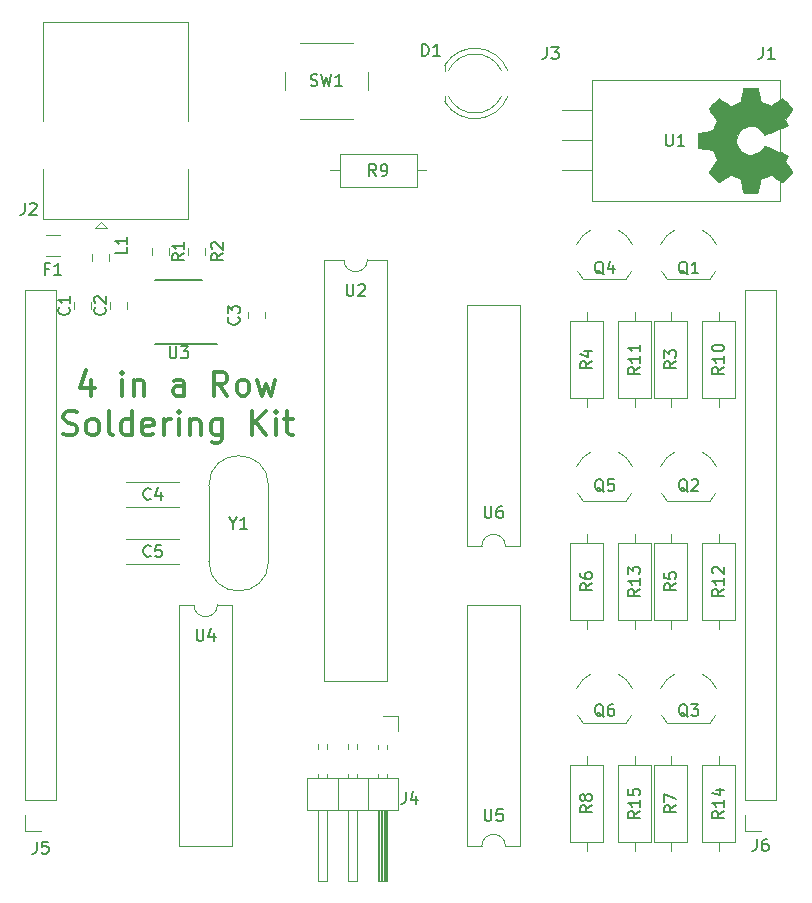
<source format=gbr>
G04 #@! TF.GenerationSoftware,KiCad,Pcbnew,5.1.7*
G04 #@! TF.CreationDate,2020-10-26T11:57:41-04:00*
G04 #@! TF.ProjectId,PCB,5043422e-6b69-4636-9164-5f7063625858,rev?*
G04 #@! TF.SameCoordinates,Original*
G04 #@! TF.FileFunction,Legend,Top*
G04 #@! TF.FilePolarity,Positive*
%FSLAX46Y46*%
G04 Gerber Fmt 4.6, Leading zero omitted, Abs format (unit mm)*
G04 Created by KiCad (PCBNEW 5.1.7) date 2020-10-26 11:57:41*
%MOMM*%
%LPD*%
G01*
G04 APERTURE LIST*
%ADD10C,0.300000*%
%ADD11C,0.010000*%
%ADD12C,0.120000*%
%ADD13C,0.150000*%
G04 APERTURE END LIST*
D10*
X108439857Y-107872571D02*
X108439857Y-109227238D01*
X107956047Y-107098476D02*
X107472238Y-108549904D01*
X108730142Y-108549904D01*
X111052428Y-109227238D02*
X111052428Y-107872571D01*
X111052428Y-107195238D02*
X110955666Y-107292000D01*
X111052428Y-107388761D01*
X111149190Y-107292000D01*
X111052428Y-107195238D01*
X111052428Y-107388761D01*
X112020047Y-107872571D02*
X112020047Y-109227238D01*
X112020047Y-108066095D02*
X112116809Y-107969333D01*
X112310333Y-107872571D01*
X112600619Y-107872571D01*
X112794142Y-107969333D01*
X112890904Y-108162857D01*
X112890904Y-109227238D01*
X116277571Y-109227238D02*
X116277571Y-108162857D01*
X116180809Y-107969333D01*
X115987285Y-107872571D01*
X115600238Y-107872571D01*
X115406714Y-107969333D01*
X116277571Y-109130476D02*
X116084047Y-109227238D01*
X115600238Y-109227238D01*
X115406714Y-109130476D01*
X115309952Y-108936952D01*
X115309952Y-108743428D01*
X115406714Y-108549904D01*
X115600238Y-108453142D01*
X116084047Y-108453142D01*
X116277571Y-108356380D01*
X119954523Y-109227238D02*
X119277190Y-108259619D01*
X118793380Y-109227238D02*
X118793380Y-107195238D01*
X119567476Y-107195238D01*
X119761000Y-107292000D01*
X119857761Y-107388761D01*
X119954523Y-107582285D01*
X119954523Y-107872571D01*
X119857761Y-108066095D01*
X119761000Y-108162857D01*
X119567476Y-108259619D01*
X118793380Y-108259619D01*
X121115666Y-109227238D02*
X120922142Y-109130476D01*
X120825380Y-109033714D01*
X120728619Y-108840190D01*
X120728619Y-108259619D01*
X120825380Y-108066095D01*
X120922142Y-107969333D01*
X121115666Y-107872571D01*
X121405952Y-107872571D01*
X121599476Y-107969333D01*
X121696238Y-108066095D01*
X121793000Y-108259619D01*
X121793000Y-108840190D01*
X121696238Y-109033714D01*
X121599476Y-109130476D01*
X121405952Y-109227238D01*
X121115666Y-109227238D01*
X122470333Y-107872571D02*
X122857380Y-109227238D01*
X123244428Y-108259619D01*
X123631476Y-109227238D01*
X124018523Y-107872571D01*
X106069190Y-112478476D02*
X106359476Y-112575238D01*
X106843285Y-112575238D01*
X107036809Y-112478476D01*
X107133571Y-112381714D01*
X107230333Y-112188190D01*
X107230333Y-111994666D01*
X107133571Y-111801142D01*
X107036809Y-111704380D01*
X106843285Y-111607619D01*
X106456238Y-111510857D01*
X106262714Y-111414095D01*
X106165952Y-111317333D01*
X106069190Y-111123809D01*
X106069190Y-110930285D01*
X106165952Y-110736761D01*
X106262714Y-110640000D01*
X106456238Y-110543238D01*
X106940047Y-110543238D01*
X107230333Y-110640000D01*
X108391476Y-112575238D02*
X108197952Y-112478476D01*
X108101190Y-112381714D01*
X108004428Y-112188190D01*
X108004428Y-111607619D01*
X108101190Y-111414095D01*
X108197952Y-111317333D01*
X108391476Y-111220571D01*
X108681761Y-111220571D01*
X108875285Y-111317333D01*
X108972047Y-111414095D01*
X109068809Y-111607619D01*
X109068809Y-112188190D01*
X108972047Y-112381714D01*
X108875285Y-112478476D01*
X108681761Y-112575238D01*
X108391476Y-112575238D01*
X110229952Y-112575238D02*
X110036428Y-112478476D01*
X109939666Y-112284952D01*
X109939666Y-110543238D01*
X111874904Y-112575238D02*
X111874904Y-110543238D01*
X111874904Y-112478476D02*
X111681380Y-112575238D01*
X111294333Y-112575238D01*
X111100809Y-112478476D01*
X111004047Y-112381714D01*
X110907285Y-112188190D01*
X110907285Y-111607619D01*
X111004047Y-111414095D01*
X111100809Y-111317333D01*
X111294333Y-111220571D01*
X111681380Y-111220571D01*
X111874904Y-111317333D01*
X113616619Y-112478476D02*
X113423095Y-112575238D01*
X113036047Y-112575238D01*
X112842523Y-112478476D01*
X112745761Y-112284952D01*
X112745761Y-111510857D01*
X112842523Y-111317333D01*
X113036047Y-111220571D01*
X113423095Y-111220571D01*
X113616619Y-111317333D01*
X113713380Y-111510857D01*
X113713380Y-111704380D01*
X112745761Y-111897904D01*
X114584238Y-112575238D02*
X114584238Y-111220571D01*
X114584238Y-111607619D02*
X114681000Y-111414095D01*
X114777761Y-111317333D01*
X114971285Y-111220571D01*
X115164809Y-111220571D01*
X115842142Y-112575238D02*
X115842142Y-111220571D01*
X115842142Y-110543238D02*
X115745380Y-110640000D01*
X115842142Y-110736761D01*
X115938904Y-110640000D01*
X115842142Y-110543238D01*
X115842142Y-110736761D01*
X116809761Y-111220571D02*
X116809761Y-112575238D01*
X116809761Y-111414095D02*
X116906523Y-111317333D01*
X117100047Y-111220571D01*
X117390333Y-111220571D01*
X117583857Y-111317333D01*
X117680619Y-111510857D01*
X117680619Y-112575238D01*
X119519095Y-111220571D02*
X119519095Y-112865523D01*
X119422333Y-113059047D01*
X119325571Y-113155809D01*
X119132047Y-113252571D01*
X118841761Y-113252571D01*
X118648238Y-113155809D01*
X119519095Y-112478476D02*
X119325571Y-112575238D01*
X118938523Y-112575238D01*
X118745000Y-112478476D01*
X118648238Y-112381714D01*
X118551476Y-112188190D01*
X118551476Y-111607619D01*
X118648238Y-111414095D01*
X118745000Y-111317333D01*
X118938523Y-111220571D01*
X119325571Y-111220571D01*
X119519095Y-111317333D01*
X122034904Y-112575238D02*
X122034904Y-110543238D01*
X123196047Y-112575238D02*
X122325190Y-111414095D01*
X123196047Y-110543238D02*
X122034904Y-111704380D01*
X124066904Y-112575238D02*
X124066904Y-111220571D01*
X124066904Y-110543238D02*
X123970142Y-110640000D01*
X124066904Y-110736761D01*
X124163666Y-110640000D01*
X124066904Y-110543238D01*
X124066904Y-110736761D01*
X124744238Y-111220571D02*
X125518333Y-111220571D01*
X125034523Y-110543238D02*
X125034523Y-112284952D01*
X125131285Y-112478476D01*
X125324809Y-112575238D01*
X125518333Y-112575238D01*
D11*
G36*
X160430427Y-86883464D02*
G01*
X161027618Y-86770882D01*
X161198865Y-86355469D01*
X161370112Y-85940055D01*
X161031233Y-85441698D01*
X160936877Y-85302131D01*
X160852630Y-85175971D01*
X160782338Y-85069104D01*
X160729847Y-84987417D01*
X160699004Y-84936798D01*
X160692353Y-84923013D01*
X160709458Y-84898179D01*
X160756744Y-84845111D01*
X160828172Y-84769759D01*
X160917700Y-84678070D01*
X161019289Y-84575992D01*
X161126898Y-84469473D01*
X161234487Y-84364463D01*
X161336015Y-84266908D01*
X161425441Y-84182757D01*
X161496726Y-84117959D01*
X161543828Y-84078462D01*
X161559592Y-84069019D01*
X161588653Y-84082608D01*
X161652321Y-84120706D01*
X161744367Y-84179306D01*
X161858564Y-84254402D01*
X161988684Y-84341991D01*
X162062901Y-84392745D01*
X162198422Y-84485254D01*
X162320716Y-84567459D01*
X162423695Y-84635369D01*
X162501273Y-84684999D01*
X162547361Y-84712359D01*
X162557047Y-84716470D01*
X162584574Y-84707150D01*
X162648728Y-84681745D01*
X162740490Y-84644088D01*
X162850839Y-84598013D01*
X162970755Y-84547353D01*
X163091219Y-84495940D01*
X163203209Y-84447610D01*
X163297707Y-84406193D01*
X163365692Y-84375525D01*
X163398143Y-84359438D01*
X163399420Y-84358488D01*
X163405617Y-84333227D01*
X163419440Y-84265954D01*
X163439532Y-84163639D01*
X163464534Y-84033258D01*
X163493086Y-83881783D01*
X163509551Y-83793406D01*
X163540369Y-83631547D01*
X163569694Y-83485350D01*
X163595921Y-83362212D01*
X163617446Y-83269530D01*
X163632665Y-83214698D01*
X163637493Y-83203676D01*
X163670174Y-83192881D01*
X163743985Y-83184170D01*
X163850292Y-83177539D01*
X163980467Y-83172981D01*
X164125876Y-83170490D01*
X164277890Y-83170061D01*
X164427877Y-83171688D01*
X164567206Y-83175364D01*
X164687245Y-83181084D01*
X164779365Y-83188842D01*
X164834932Y-83198631D01*
X164846500Y-83204503D01*
X164860365Y-83239600D01*
X164880188Y-83313971D01*
X164903639Y-83417776D01*
X164928391Y-83541180D01*
X164936398Y-83584258D01*
X164974441Y-83791952D01*
X165005079Y-83956015D01*
X165029529Y-84081869D01*
X165049009Y-84174934D01*
X165064736Y-84240632D01*
X165077928Y-84284382D01*
X165089804Y-84311607D01*
X165101580Y-84327727D01*
X165103908Y-84329982D01*
X165141400Y-84352496D01*
X165214365Y-84386841D01*
X165313867Y-84429588D01*
X165430973Y-84477307D01*
X165556748Y-84526569D01*
X165682257Y-84573944D01*
X165798565Y-84616004D01*
X165896739Y-84649319D01*
X165967843Y-84670458D01*
X166002942Y-84675994D01*
X166004172Y-84675533D01*
X166032861Y-84656776D01*
X166095985Y-84614223D01*
X166186973Y-84552346D01*
X166299255Y-84475617D01*
X166426260Y-84388508D01*
X166462353Y-84363701D01*
X166593203Y-84275247D01*
X166712591Y-84197411D01*
X166813662Y-84134433D01*
X166889559Y-84090554D01*
X166933427Y-84070014D01*
X166938817Y-84069019D01*
X166967144Y-84086277D01*
X167023261Y-84133964D01*
X167101137Y-84205949D01*
X167194740Y-84296102D01*
X167298041Y-84398294D01*
X167405006Y-84506394D01*
X167509606Y-84614271D01*
X167605809Y-84715795D01*
X167687584Y-84804837D01*
X167748900Y-84875266D01*
X167783726Y-84920952D01*
X167789412Y-84933590D01*
X167776020Y-84963008D01*
X167739899Y-85023238D01*
X167687136Y-85104470D01*
X167644667Y-85166969D01*
X167566740Y-85280214D01*
X167474984Y-85414325D01*
X167383375Y-85548844D01*
X167334346Y-85621166D01*
X167168770Y-85865961D01*
X167279875Y-86071449D01*
X167328548Y-86165063D01*
X167366381Y-86244669D01*
X167387958Y-86298532D01*
X167390961Y-86312242D01*
X167368793Y-86328729D01*
X167306149Y-86361254D01*
X167208809Y-86407391D01*
X167082549Y-86464709D01*
X166933150Y-86530783D01*
X166766388Y-86603184D01*
X166588042Y-86679483D01*
X166403891Y-86757253D01*
X166219712Y-86834065D01*
X166041285Y-86907493D01*
X165874387Y-86975107D01*
X165724797Y-87034479D01*
X165598293Y-87083183D01*
X165500654Y-87118789D01*
X165437657Y-87138869D01*
X165416021Y-87142099D01*
X165388424Y-87116503D01*
X165343625Y-87060461D01*
X165290934Y-86985688D01*
X165286765Y-86979412D01*
X165132069Y-86786154D01*
X164951591Y-86630325D01*
X164751102Y-86513275D01*
X164536374Y-86436354D01*
X164313177Y-86400913D01*
X164087281Y-86408302D01*
X163864459Y-86459872D01*
X163650479Y-86556973D01*
X163603664Y-86585541D01*
X163414618Y-86734131D01*
X163262812Y-86909672D01*
X163149034Y-87106089D01*
X163074075Y-87317306D01*
X163038722Y-87537246D01*
X163043767Y-87759836D01*
X163089999Y-87978998D01*
X163178206Y-88188657D01*
X163309179Y-88382738D01*
X163362337Y-88442773D01*
X163528739Y-88595564D01*
X163703912Y-88706902D01*
X163900266Y-88783276D01*
X164094717Y-88825812D01*
X164313342Y-88836313D01*
X164533052Y-88801299D01*
X164746420Y-88724326D01*
X164946022Y-88608952D01*
X165124429Y-88458734D01*
X165274217Y-88277226D01*
X165290006Y-88253372D01*
X165341712Y-88177798D01*
X165386512Y-88120348D01*
X165415117Y-88092882D01*
X165416021Y-88092482D01*
X165446964Y-88098379D01*
X165517191Y-88121754D01*
X165620925Y-88160178D01*
X165752390Y-88211222D01*
X165905807Y-88272457D01*
X166075401Y-88341455D01*
X166255393Y-88415786D01*
X166440008Y-88493021D01*
X166623468Y-88570731D01*
X166799996Y-88646488D01*
X166963814Y-88717862D01*
X167109147Y-88782425D01*
X167230217Y-88837747D01*
X167321247Y-88881399D01*
X167376460Y-88910953D01*
X167390961Y-88922855D01*
X167379669Y-88959222D01*
X167349385Y-89027269D01*
X167305520Y-89115263D01*
X167279875Y-89163649D01*
X167168770Y-89369136D01*
X167334346Y-89613931D01*
X167419170Y-89738893D01*
X167512516Y-89875704D01*
X167600408Y-90003911D01*
X167644667Y-90068128D01*
X167705318Y-90158448D01*
X167753381Y-90234928D01*
X167782770Y-90287592D01*
X167788982Y-90304697D01*
X167772223Y-90329594D01*
X167725436Y-90384694D01*
X167653480Y-90464656D01*
X167561212Y-90564139D01*
X167453490Y-90677799D01*
X167384326Y-90749684D01*
X167260757Y-90875448D01*
X167150234Y-90984136D01*
X167057485Y-91071354D01*
X166987237Y-91132710D01*
X166944220Y-91163808D01*
X166935490Y-91166791D01*
X166902284Y-91152946D01*
X166835142Y-91114687D01*
X166740863Y-91056258D01*
X166626245Y-90981902D01*
X166498083Y-90895864D01*
X166462353Y-90871397D01*
X166332489Y-90782245D01*
X166215569Y-90702261D01*
X166118162Y-90635919D01*
X166046839Y-90587688D01*
X166008170Y-90562042D01*
X166004172Y-90559564D01*
X165973355Y-90563270D01*
X165905599Y-90582938D01*
X165809839Y-90615139D01*
X165695009Y-90656444D01*
X165570044Y-90703424D01*
X165443879Y-90752650D01*
X165325448Y-90800691D01*
X165223685Y-90844118D01*
X165147526Y-90879503D01*
X165105904Y-90903415D01*
X165103908Y-90905115D01*
X165092013Y-90919737D01*
X165080250Y-90944434D01*
X165067401Y-90984627D01*
X165052249Y-91045736D01*
X165033576Y-91133182D01*
X165010165Y-91252387D01*
X164980797Y-91408772D01*
X164944255Y-91607756D01*
X164936398Y-91650839D01*
X164911727Y-91778529D01*
X164887593Y-91889846D01*
X164866324Y-91974954D01*
X164850248Y-92024016D01*
X164846500Y-92030594D01*
X164813273Y-92041435D01*
X164739021Y-92050246D01*
X164632376Y-92057023D01*
X164501967Y-92061759D01*
X164356427Y-92064449D01*
X164204386Y-92065086D01*
X164054476Y-92063665D01*
X163915328Y-92060179D01*
X163795572Y-92054623D01*
X163703841Y-92046991D01*
X163648766Y-92037277D01*
X163637493Y-92031421D01*
X163626123Y-91998819D01*
X163607624Y-91924581D01*
X163583602Y-91816103D01*
X163555662Y-91680782D01*
X163525408Y-91526014D01*
X163509551Y-91441692D01*
X163479644Y-91281703D01*
X163452550Y-91139032D01*
X163429631Y-91020651D01*
X163412243Y-90933534D01*
X163401747Y-90884654D01*
X163399420Y-90876609D01*
X163373186Y-90863012D01*
X163309995Y-90834270D01*
X163218877Y-90794214D01*
X163108857Y-90746675D01*
X162988965Y-90695484D01*
X162868227Y-90644473D01*
X162755671Y-90597473D01*
X162660326Y-90558315D01*
X162591217Y-90530830D01*
X162557374Y-90518850D01*
X162555895Y-90518627D01*
X162529197Y-90532208D01*
X162467760Y-90570284D01*
X162377689Y-90628852D01*
X162265090Y-90703911D01*
X162136070Y-90791459D01*
X162061961Y-90842352D01*
X161926077Y-90935090D01*
X161802709Y-91017458D01*
X161698097Y-91085438D01*
X161618483Y-91135011D01*
X161570107Y-91162157D01*
X161559262Y-91166078D01*
X161534020Y-91149224D01*
X161480124Y-91102631D01*
X161403613Y-91032251D01*
X161310523Y-90944034D01*
X161206895Y-90843934D01*
X161098764Y-90737901D01*
X160992170Y-90631888D01*
X160893150Y-90531847D01*
X160807742Y-90443729D01*
X160741985Y-90373486D01*
X160701916Y-90327071D01*
X160692353Y-90311543D01*
X160705800Y-90286260D01*
X160743575Y-90225788D01*
X160801835Y-90136007D01*
X160876734Y-90022796D01*
X160964425Y-89892036D01*
X161031233Y-89793400D01*
X161370112Y-89295042D01*
X161198865Y-88879629D01*
X161027618Y-88464215D01*
X160430427Y-88351633D01*
X159833235Y-88239050D01*
X159833235Y-86996047D01*
X160430427Y-86883464D01*
G37*
X160430427Y-86883464D02*
X161027618Y-86770882D01*
X161198865Y-86355469D01*
X161370112Y-85940055D01*
X161031233Y-85441698D01*
X160936877Y-85302131D01*
X160852630Y-85175971D01*
X160782338Y-85069104D01*
X160729847Y-84987417D01*
X160699004Y-84936798D01*
X160692353Y-84923013D01*
X160709458Y-84898179D01*
X160756744Y-84845111D01*
X160828172Y-84769759D01*
X160917700Y-84678070D01*
X161019289Y-84575992D01*
X161126898Y-84469473D01*
X161234487Y-84364463D01*
X161336015Y-84266908D01*
X161425441Y-84182757D01*
X161496726Y-84117959D01*
X161543828Y-84078462D01*
X161559592Y-84069019D01*
X161588653Y-84082608D01*
X161652321Y-84120706D01*
X161744367Y-84179306D01*
X161858564Y-84254402D01*
X161988684Y-84341991D01*
X162062901Y-84392745D01*
X162198422Y-84485254D01*
X162320716Y-84567459D01*
X162423695Y-84635369D01*
X162501273Y-84684999D01*
X162547361Y-84712359D01*
X162557047Y-84716470D01*
X162584574Y-84707150D01*
X162648728Y-84681745D01*
X162740490Y-84644088D01*
X162850839Y-84598013D01*
X162970755Y-84547353D01*
X163091219Y-84495940D01*
X163203209Y-84447610D01*
X163297707Y-84406193D01*
X163365692Y-84375525D01*
X163398143Y-84359438D01*
X163399420Y-84358488D01*
X163405617Y-84333227D01*
X163419440Y-84265954D01*
X163439532Y-84163639D01*
X163464534Y-84033258D01*
X163493086Y-83881783D01*
X163509551Y-83793406D01*
X163540369Y-83631547D01*
X163569694Y-83485350D01*
X163595921Y-83362212D01*
X163617446Y-83269530D01*
X163632665Y-83214698D01*
X163637493Y-83203676D01*
X163670174Y-83192881D01*
X163743985Y-83184170D01*
X163850292Y-83177539D01*
X163980467Y-83172981D01*
X164125876Y-83170490D01*
X164277890Y-83170061D01*
X164427877Y-83171688D01*
X164567206Y-83175364D01*
X164687245Y-83181084D01*
X164779365Y-83188842D01*
X164834932Y-83198631D01*
X164846500Y-83204503D01*
X164860365Y-83239600D01*
X164880188Y-83313971D01*
X164903639Y-83417776D01*
X164928391Y-83541180D01*
X164936398Y-83584258D01*
X164974441Y-83791952D01*
X165005079Y-83956015D01*
X165029529Y-84081869D01*
X165049009Y-84174934D01*
X165064736Y-84240632D01*
X165077928Y-84284382D01*
X165089804Y-84311607D01*
X165101580Y-84327727D01*
X165103908Y-84329982D01*
X165141400Y-84352496D01*
X165214365Y-84386841D01*
X165313867Y-84429588D01*
X165430973Y-84477307D01*
X165556748Y-84526569D01*
X165682257Y-84573944D01*
X165798565Y-84616004D01*
X165896739Y-84649319D01*
X165967843Y-84670458D01*
X166002942Y-84675994D01*
X166004172Y-84675533D01*
X166032861Y-84656776D01*
X166095985Y-84614223D01*
X166186973Y-84552346D01*
X166299255Y-84475617D01*
X166426260Y-84388508D01*
X166462353Y-84363701D01*
X166593203Y-84275247D01*
X166712591Y-84197411D01*
X166813662Y-84134433D01*
X166889559Y-84090554D01*
X166933427Y-84070014D01*
X166938817Y-84069019D01*
X166967144Y-84086277D01*
X167023261Y-84133964D01*
X167101137Y-84205949D01*
X167194740Y-84296102D01*
X167298041Y-84398294D01*
X167405006Y-84506394D01*
X167509606Y-84614271D01*
X167605809Y-84715795D01*
X167687584Y-84804837D01*
X167748900Y-84875266D01*
X167783726Y-84920952D01*
X167789412Y-84933590D01*
X167776020Y-84963008D01*
X167739899Y-85023238D01*
X167687136Y-85104470D01*
X167644667Y-85166969D01*
X167566740Y-85280214D01*
X167474984Y-85414325D01*
X167383375Y-85548844D01*
X167334346Y-85621166D01*
X167168770Y-85865961D01*
X167279875Y-86071449D01*
X167328548Y-86165063D01*
X167366381Y-86244669D01*
X167387958Y-86298532D01*
X167390961Y-86312242D01*
X167368793Y-86328729D01*
X167306149Y-86361254D01*
X167208809Y-86407391D01*
X167082549Y-86464709D01*
X166933150Y-86530783D01*
X166766388Y-86603184D01*
X166588042Y-86679483D01*
X166403891Y-86757253D01*
X166219712Y-86834065D01*
X166041285Y-86907493D01*
X165874387Y-86975107D01*
X165724797Y-87034479D01*
X165598293Y-87083183D01*
X165500654Y-87118789D01*
X165437657Y-87138869D01*
X165416021Y-87142099D01*
X165388424Y-87116503D01*
X165343625Y-87060461D01*
X165290934Y-86985688D01*
X165286765Y-86979412D01*
X165132069Y-86786154D01*
X164951591Y-86630325D01*
X164751102Y-86513275D01*
X164536374Y-86436354D01*
X164313177Y-86400913D01*
X164087281Y-86408302D01*
X163864459Y-86459872D01*
X163650479Y-86556973D01*
X163603664Y-86585541D01*
X163414618Y-86734131D01*
X163262812Y-86909672D01*
X163149034Y-87106089D01*
X163074075Y-87317306D01*
X163038722Y-87537246D01*
X163043767Y-87759836D01*
X163089999Y-87978998D01*
X163178206Y-88188657D01*
X163309179Y-88382738D01*
X163362337Y-88442773D01*
X163528739Y-88595564D01*
X163703912Y-88706902D01*
X163900266Y-88783276D01*
X164094717Y-88825812D01*
X164313342Y-88836313D01*
X164533052Y-88801299D01*
X164746420Y-88724326D01*
X164946022Y-88608952D01*
X165124429Y-88458734D01*
X165274217Y-88277226D01*
X165290006Y-88253372D01*
X165341712Y-88177798D01*
X165386512Y-88120348D01*
X165415117Y-88092882D01*
X165416021Y-88092482D01*
X165446964Y-88098379D01*
X165517191Y-88121754D01*
X165620925Y-88160178D01*
X165752390Y-88211222D01*
X165905807Y-88272457D01*
X166075401Y-88341455D01*
X166255393Y-88415786D01*
X166440008Y-88493021D01*
X166623468Y-88570731D01*
X166799996Y-88646488D01*
X166963814Y-88717862D01*
X167109147Y-88782425D01*
X167230217Y-88837747D01*
X167321247Y-88881399D01*
X167376460Y-88910953D01*
X167390961Y-88922855D01*
X167379669Y-88959222D01*
X167349385Y-89027269D01*
X167305520Y-89115263D01*
X167279875Y-89163649D01*
X167168770Y-89369136D01*
X167334346Y-89613931D01*
X167419170Y-89738893D01*
X167512516Y-89875704D01*
X167600408Y-90003911D01*
X167644667Y-90068128D01*
X167705318Y-90158448D01*
X167753381Y-90234928D01*
X167782770Y-90287592D01*
X167788982Y-90304697D01*
X167772223Y-90329594D01*
X167725436Y-90384694D01*
X167653480Y-90464656D01*
X167561212Y-90564139D01*
X167453490Y-90677799D01*
X167384326Y-90749684D01*
X167260757Y-90875448D01*
X167150234Y-90984136D01*
X167057485Y-91071354D01*
X166987237Y-91132710D01*
X166944220Y-91163808D01*
X166935490Y-91166791D01*
X166902284Y-91152946D01*
X166835142Y-91114687D01*
X166740863Y-91056258D01*
X166626245Y-90981902D01*
X166498083Y-90895864D01*
X166462353Y-90871397D01*
X166332489Y-90782245D01*
X166215569Y-90702261D01*
X166118162Y-90635919D01*
X166046839Y-90587688D01*
X166008170Y-90562042D01*
X166004172Y-90559564D01*
X165973355Y-90563270D01*
X165905599Y-90582938D01*
X165809839Y-90615139D01*
X165695009Y-90656444D01*
X165570044Y-90703424D01*
X165443879Y-90752650D01*
X165325448Y-90800691D01*
X165223685Y-90844118D01*
X165147526Y-90879503D01*
X165105904Y-90903415D01*
X165103908Y-90905115D01*
X165092013Y-90919737D01*
X165080250Y-90944434D01*
X165067401Y-90984627D01*
X165052249Y-91045736D01*
X165033576Y-91133182D01*
X165010165Y-91252387D01*
X164980797Y-91408772D01*
X164944255Y-91607756D01*
X164936398Y-91650839D01*
X164911727Y-91778529D01*
X164887593Y-91889846D01*
X164866324Y-91974954D01*
X164850248Y-92024016D01*
X164846500Y-92030594D01*
X164813273Y-92041435D01*
X164739021Y-92050246D01*
X164632376Y-92057023D01*
X164501967Y-92061759D01*
X164356427Y-92064449D01*
X164204386Y-92065086D01*
X164054476Y-92063665D01*
X163915328Y-92060179D01*
X163795572Y-92054623D01*
X163703841Y-92046991D01*
X163648766Y-92037277D01*
X163637493Y-92031421D01*
X163626123Y-91998819D01*
X163607624Y-91924581D01*
X163583602Y-91816103D01*
X163555662Y-91680782D01*
X163525408Y-91526014D01*
X163509551Y-91441692D01*
X163479644Y-91281703D01*
X163452550Y-91139032D01*
X163429631Y-91020651D01*
X163412243Y-90933534D01*
X163401747Y-90884654D01*
X163399420Y-90876609D01*
X163373186Y-90863012D01*
X163309995Y-90834270D01*
X163218877Y-90794214D01*
X163108857Y-90746675D01*
X162988965Y-90695484D01*
X162868227Y-90644473D01*
X162755671Y-90597473D01*
X162660326Y-90558315D01*
X162591217Y-90530830D01*
X162557374Y-90518850D01*
X162555895Y-90518627D01*
X162529197Y-90532208D01*
X162467760Y-90570284D01*
X162377689Y-90628852D01*
X162265090Y-90703911D01*
X162136070Y-90791459D01*
X162061961Y-90842352D01*
X161926077Y-90935090D01*
X161802709Y-91017458D01*
X161698097Y-91085438D01*
X161618483Y-91135011D01*
X161570107Y-91162157D01*
X161559262Y-91166078D01*
X161534020Y-91149224D01*
X161480124Y-91102631D01*
X161403613Y-91032251D01*
X161310523Y-90944034D01*
X161206895Y-90843934D01*
X161098764Y-90737901D01*
X160992170Y-90631888D01*
X160893150Y-90531847D01*
X160807742Y-90443729D01*
X160741985Y-90373486D01*
X160701916Y-90327071D01*
X160692353Y-90311543D01*
X160705800Y-90286260D01*
X160743575Y-90225788D01*
X160801835Y-90136007D01*
X160876734Y-90022796D01*
X160964425Y-89892036D01*
X161031233Y-89793400D01*
X161370112Y-89295042D01*
X161198865Y-88879629D01*
X161027618Y-88464215D01*
X160430427Y-88351633D01*
X159833235Y-88239050D01*
X159833235Y-86996047D01*
X160430427Y-86883464D01*
D12*
X109720000Y-95030000D02*
X109220000Y-94530000D01*
X108720000Y-95030000D02*
X109720000Y-95030000D01*
X109220000Y-94530000D02*
X108720000Y-95030000D01*
X116630000Y-77590000D02*
X116630000Y-85950000D01*
X104310000Y-77590000D02*
X116630000Y-77590000D01*
X104310000Y-85950000D02*
X104310000Y-77590000D01*
X116630000Y-94310000D02*
X116630000Y-90050000D01*
X104310000Y-94310000D02*
X116630000Y-94310000D01*
X104310000Y-90050000D02*
X104310000Y-94310000D01*
X116638000Y-97289252D02*
X116638000Y-96766748D01*
X118058000Y-97289252D02*
X118058000Y-96766748D01*
X113590000Y-97289252D02*
X113590000Y-96766748D01*
X115010000Y-97289252D02*
X115010000Y-96766748D01*
X111454000Y-101338748D02*
X111454000Y-101861252D01*
X110034000Y-101338748D02*
X110034000Y-101861252D01*
X106986000Y-101338748D02*
X106986000Y-101861252D01*
X108406000Y-101338748D02*
X108406000Y-101861252D01*
D13*
X119099000Y-104833000D02*
X113824000Y-104833000D01*
X117824000Y-99433000D02*
X113824000Y-99433000D01*
D12*
X109930000Y-97797252D02*
X109930000Y-97274748D01*
X108510000Y-97797252D02*
X108510000Y-97274748D01*
X105758064Y-95610000D02*
X104553936Y-95610000D01*
X105758064Y-97430000D02*
X104553936Y-97430000D01*
X121718000Y-102164248D02*
X121718000Y-102686752D01*
X123138000Y-102164248D02*
X123138000Y-102686752D01*
X150860000Y-82510000D02*
X150860000Y-92750000D01*
X166750000Y-82510000D02*
X166750000Y-92750000D01*
X166750000Y-82510000D02*
X150860000Y-82510000D01*
X166750000Y-92750000D02*
X150860000Y-92750000D01*
X150860000Y-85090000D02*
X148320000Y-85090000D01*
X150860000Y-87630000D02*
X148320000Y-87630000D01*
X150860000Y-90170000D02*
X148320000Y-90170000D01*
X150092000Y-136978000D02*
X153692000Y-136978000D01*
X154216184Y-136250795D02*
G75*
G02*
X153692000Y-136978000I-2324184J1122795D01*
G01*
X154247457Y-134029629D02*
G75*
G03*
X153002000Y-132778000I-2355457J-1098371D01*
G01*
X149524801Y-134024158D02*
G75*
G02*
X150752000Y-132778000I2367199J-1103842D01*
G01*
X149567816Y-136250795D02*
G75*
G03*
X150092000Y-136978000I2324184J1122795D01*
G01*
X157204000Y-136978000D02*
X160804000Y-136978000D01*
X161328184Y-136250795D02*
G75*
G02*
X160804000Y-136978000I-2324184J1122795D01*
G01*
X161359457Y-134029629D02*
G75*
G03*
X160114000Y-132778000I-2355457J-1098371D01*
G01*
X156636801Y-134024158D02*
G75*
G02*
X157864000Y-132778000I2367199J-1103842D01*
G01*
X156679816Y-136250795D02*
G75*
G03*
X157204000Y-136978000I2324184J1122795D01*
G01*
X150092000Y-118182000D02*
X153692000Y-118182000D01*
X154216184Y-117454795D02*
G75*
G02*
X153692000Y-118182000I-2324184J1122795D01*
G01*
X154247457Y-115233629D02*
G75*
G03*
X153002000Y-113982000I-2355457J-1098371D01*
G01*
X149524801Y-115228158D02*
G75*
G02*
X150752000Y-113982000I2367199J-1103842D01*
G01*
X149567816Y-117454795D02*
G75*
G03*
X150092000Y-118182000I2324184J1122795D01*
G01*
X157204000Y-118182000D02*
X160804000Y-118182000D01*
X161328184Y-117454795D02*
G75*
G02*
X160804000Y-118182000I-2324184J1122795D01*
G01*
X161359457Y-115233629D02*
G75*
G03*
X160114000Y-113982000I-2355457J-1098371D01*
G01*
X156636801Y-115228158D02*
G75*
G02*
X157864000Y-113982000I2367199J-1103842D01*
G01*
X156679816Y-117454795D02*
G75*
G03*
X157204000Y-118182000I2324184J1122795D01*
G01*
X150092000Y-99386000D02*
X153692000Y-99386000D01*
X154216184Y-98658795D02*
G75*
G02*
X153692000Y-99386000I-2324184J1122795D01*
G01*
X154247457Y-96437629D02*
G75*
G03*
X153002000Y-95186000I-2355457J-1098371D01*
G01*
X149524801Y-96432158D02*
G75*
G02*
X150752000Y-95186000I2367199J-1103842D01*
G01*
X149567816Y-98658795D02*
G75*
G03*
X150092000Y-99386000I2324184J1122795D01*
G01*
X157204000Y-99386000D02*
X160804000Y-99386000D01*
X161328184Y-98658795D02*
G75*
G02*
X160804000Y-99386000I-2324184J1122795D01*
G01*
X161359457Y-96437629D02*
G75*
G03*
X160114000Y-95186000I-2355457J-1098371D01*
G01*
X156636801Y-96432158D02*
G75*
G02*
X157864000Y-95186000I2367199J-1103842D01*
G01*
X156679816Y-98658795D02*
G75*
G03*
X157204000Y-99386000I2324184J1122795D01*
G01*
X153062000Y-147034000D02*
X155802000Y-147034000D01*
X155802000Y-147034000D02*
X155802000Y-140494000D01*
X155802000Y-140494000D02*
X153062000Y-140494000D01*
X153062000Y-140494000D02*
X153062000Y-147034000D01*
X154432000Y-147804000D02*
X154432000Y-147034000D01*
X154432000Y-139724000D02*
X154432000Y-140494000D01*
X160174000Y-147034000D02*
X162914000Y-147034000D01*
X162914000Y-147034000D02*
X162914000Y-140494000D01*
X162914000Y-140494000D02*
X160174000Y-140494000D01*
X160174000Y-140494000D02*
X160174000Y-147034000D01*
X161544000Y-147804000D02*
X161544000Y-147034000D01*
X161544000Y-139724000D02*
X161544000Y-140494000D01*
X153062000Y-128238000D02*
X155802000Y-128238000D01*
X155802000Y-128238000D02*
X155802000Y-121698000D01*
X155802000Y-121698000D02*
X153062000Y-121698000D01*
X153062000Y-121698000D02*
X153062000Y-128238000D01*
X154432000Y-129008000D02*
X154432000Y-128238000D01*
X154432000Y-120928000D02*
X154432000Y-121698000D01*
X160174000Y-128238000D02*
X162914000Y-128238000D01*
X162914000Y-128238000D02*
X162914000Y-121698000D01*
X162914000Y-121698000D02*
X160174000Y-121698000D01*
X160174000Y-121698000D02*
X160174000Y-128238000D01*
X161544000Y-129008000D02*
X161544000Y-128238000D01*
X161544000Y-120928000D02*
X161544000Y-121698000D01*
X153062000Y-109442000D02*
X155802000Y-109442000D01*
X155802000Y-109442000D02*
X155802000Y-102902000D01*
X155802000Y-102902000D02*
X153062000Y-102902000D01*
X153062000Y-102902000D02*
X153062000Y-109442000D01*
X154432000Y-110212000D02*
X154432000Y-109442000D01*
X154432000Y-102132000D02*
X154432000Y-102902000D01*
X160174000Y-109442000D02*
X162914000Y-109442000D01*
X162914000Y-109442000D02*
X162914000Y-102902000D01*
X162914000Y-102902000D02*
X160174000Y-102902000D01*
X160174000Y-102902000D02*
X160174000Y-109442000D01*
X161544000Y-110212000D02*
X161544000Y-109442000D01*
X161544000Y-102132000D02*
X161544000Y-102902000D01*
X134426000Y-141648000D02*
X126686000Y-141648000D01*
X126686000Y-141648000D02*
X126686000Y-144308000D01*
X126686000Y-144308000D02*
X134426000Y-144308000D01*
X134426000Y-144308000D02*
X134426000Y-141648000D01*
X133476000Y-144308000D02*
X133476000Y-150308000D01*
X133476000Y-150308000D02*
X132716000Y-150308000D01*
X132716000Y-150308000D02*
X132716000Y-144308000D01*
X133416000Y-144308000D02*
X133416000Y-150308000D01*
X133296000Y-144308000D02*
X133296000Y-150308000D01*
X133176000Y-144308000D02*
X133176000Y-150308000D01*
X133056000Y-144308000D02*
X133056000Y-150308000D01*
X132936000Y-144308000D02*
X132936000Y-150308000D01*
X132816000Y-144308000D02*
X132816000Y-150308000D01*
X133476000Y-141250929D02*
X133476000Y-141648000D01*
X132716000Y-141250929D02*
X132716000Y-141648000D01*
X133476000Y-138778000D02*
X133476000Y-139165071D01*
X132716000Y-138778000D02*
X132716000Y-139165071D01*
X131826000Y-141648000D02*
X131826000Y-144308000D01*
X130936000Y-144308000D02*
X130936000Y-150308000D01*
X130936000Y-150308000D02*
X130176000Y-150308000D01*
X130176000Y-150308000D02*
X130176000Y-144308000D01*
X130936000Y-141250929D02*
X130936000Y-141648000D01*
X130176000Y-141250929D02*
X130176000Y-141648000D01*
X130936000Y-138710929D02*
X130936000Y-139165071D01*
X130176000Y-138710929D02*
X130176000Y-139165071D01*
X129286000Y-141648000D02*
X129286000Y-144308000D01*
X128396000Y-144308000D02*
X128396000Y-150308000D01*
X128396000Y-150308000D02*
X127636000Y-150308000D01*
X127636000Y-150308000D02*
X127636000Y-144308000D01*
X128396000Y-141250929D02*
X128396000Y-141648000D01*
X127636000Y-141250929D02*
X127636000Y-141648000D01*
X128396000Y-138710929D02*
X128396000Y-139165071D01*
X127636000Y-138710929D02*
X127636000Y-139165071D01*
X133096000Y-136398000D02*
X134366000Y-136398000D01*
X134366000Y-136398000D02*
X134366000Y-137668000D01*
X130572000Y-79336000D02*
X126072000Y-79336000D01*
X131822000Y-83336000D02*
X131822000Y-81836000D01*
X126072000Y-85836000D02*
X130572000Y-85836000D01*
X124822000Y-81836000D02*
X124822000Y-83336000D01*
X135985000Y-91540000D02*
X135985000Y-88800000D01*
X135985000Y-88800000D02*
X129445000Y-88800000D01*
X129445000Y-88800000D02*
X129445000Y-91540000D01*
X129445000Y-91540000D02*
X135985000Y-91540000D01*
X136755000Y-90170000D02*
X135985000Y-90170000D01*
X128675000Y-90170000D02*
X129445000Y-90170000D01*
X138346500Y-81259000D02*
X138346500Y-81724000D01*
X138346500Y-83884000D02*
X138346500Y-84349000D01*
X143160979Y-83884429D02*
G75*
G02*
X138651816Y-83884000I-2254479J1080429D01*
G01*
X143160979Y-81723571D02*
G75*
G03*
X138651816Y-81724000I-2254479J-1080429D01*
G01*
X143694315Y-83884827D02*
G75*
G02*
X138346500Y-84348830I-2787815J1080827D01*
G01*
X143694315Y-81723173D02*
G75*
G03*
X138346500Y-81259170I-2787815J-1080827D01*
G01*
X123429000Y-116842000D02*
X123429000Y-123242000D01*
X118379000Y-116842000D02*
X118379000Y-123242000D01*
X118379000Y-123242000D02*
G75*
G03*
X123429000Y-123242000I2525000J0D01*
G01*
X118379000Y-116842000D02*
G75*
G02*
X123429000Y-116842000I2525000J0D01*
G01*
X165100000Y-146110000D02*
X163770000Y-146110000D01*
X163770000Y-146110000D02*
X163770000Y-144780000D01*
X163770000Y-143510000D02*
X163770000Y-100270000D01*
X166430000Y-100270000D02*
X163770000Y-100270000D01*
X166430000Y-143510000D02*
X166430000Y-100270000D01*
X166430000Y-143510000D02*
X163770000Y-143510000D01*
X104140000Y-146110000D02*
X102810000Y-146110000D01*
X102810000Y-146110000D02*
X102810000Y-144780000D01*
X102810000Y-143510000D02*
X102810000Y-100270000D01*
X105470000Y-100270000D02*
X102810000Y-100270000D01*
X105470000Y-143510000D02*
X105470000Y-100270000D01*
X105470000Y-143510000D02*
X102810000Y-143510000D01*
X117110000Y-126940000D02*
X115860000Y-126940000D01*
X115860000Y-126940000D02*
X115860000Y-147380000D01*
X115860000Y-147380000D02*
X120360000Y-147380000D01*
X120360000Y-147380000D02*
X120360000Y-126940000D01*
X120360000Y-126940000D02*
X119110000Y-126940000D01*
X119110000Y-126940000D02*
G75*
G02*
X117110000Y-126940000I-1000000J0D01*
G01*
X129810000Y-97730000D02*
X128160000Y-97730000D01*
X128160000Y-97730000D02*
X128160000Y-133410000D01*
X128160000Y-133410000D02*
X133460000Y-133410000D01*
X133460000Y-133410000D02*
X133460000Y-97730000D01*
X133460000Y-97730000D02*
X131810000Y-97730000D01*
X131810000Y-97730000D02*
G75*
G02*
X129810000Y-97730000I-1000000J0D01*
G01*
X151738000Y-140494000D02*
X148998000Y-140494000D01*
X148998000Y-140494000D02*
X148998000Y-147034000D01*
X148998000Y-147034000D02*
X151738000Y-147034000D01*
X151738000Y-147034000D02*
X151738000Y-140494000D01*
X150368000Y-139724000D02*
X150368000Y-140494000D01*
X150368000Y-147804000D02*
X150368000Y-147034000D01*
X111355000Y-121358000D02*
X115895000Y-121358000D01*
X111355000Y-123498000D02*
X115895000Y-123498000D01*
X111355000Y-121358000D02*
X111355000Y-121373000D01*
X111355000Y-123483000D02*
X111355000Y-123498000D01*
X115895000Y-121358000D02*
X115895000Y-121373000D01*
X115895000Y-123483000D02*
X115895000Y-123498000D01*
X111355000Y-116532000D02*
X115895000Y-116532000D01*
X111355000Y-118672000D02*
X115895000Y-118672000D01*
X111355000Y-116532000D02*
X111355000Y-116547000D01*
X111355000Y-118657000D02*
X111355000Y-118672000D01*
X115895000Y-116532000D02*
X115895000Y-116547000D01*
X115895000Y-118657000D02*
X115895000Y-118672000D01*
X143494000Y-121980000D02*
X144744000Y-121980000D01*
X144744000Y-121980000D02*
X144744000Y-101540000D01*
X144744000Y-101540000D02*
X140244000Y-101540000D01*
X140244000Y-101540000D02*
X140244000Y-121980000D01*
X140244000Y-121980000D02*
X141494000Y-121980000D01*
X141494000Y-121980000D02*
G75*
G02*
X143494000Y-121980000I1000000J0D01*
G01*
X143494000Y-147380000D02*
X144744000Y-147380000D01*
X144744000Y-147380000D02*
X144744000Y-126940000D01*
X144744000Y-126940000D02*
X140244000Y-126940000D01*
X140244000Y-126940000D02*
X140244000Y-147380000D01*
X140244000Y-147380000D02*
X141494000Y-147380000D01*
X141494000Y-147380000D02*
G75*
G02*
X143494000Y-147380000I1000000J0D01*
G01*
X158850000Y-140494000D02*
X156110000Y-140494000D01*
X156110000Y-140494000D02*
X156110000Y-147034000D01*
X156110000Y-147034000D02*
X158850000Y-147034000D01*
X158850000Y-147034000D02*
X158850000Y-140494000D01*
X157480000Y-139724000D02*
X157480000Y-140494000D01*
X157480000Y-147804000D02*
X157480000Y-147034000D01*
X151738000Y-121698000D02*
X148998000Y-121698000D01*
X148998000Y-121698000D02*
X148998000Y-128238000D01*
X148998000Y-128238000D02*
X151738000Y-128238000D01*
X151738000Y-128238000D02*
X151738000Y-121698000D01*
X150368000Y-120928000D02*
X150368000Y-121698000D01*
X150368000Y-129008000D02*
X150368000Y-128238000D01*
X158850000Y-121698000D02*
X156110000Y-121698000D01*
X156110000Y-121698000D02*
X156110000Y-128238000D01*
X156110000Y-128238000D02*
X158850000Y-128238000D01*
X158850000Y-128238000D02*
X158850000Y-121698000D01*
X157480000Y-120928000D02*
X157480000Y-121698000D01*
X157480000Y-129008000D02*
X157480000Y-128238000D01*
X151738000Y-102902000D02*
X148998000Y-102902000D01*
X148998000Y-102902000D02*
X148998000Y-109442000D01*
X148998000Y-109442000D02*
X151738000Y-109442000D01*
X151738000Y-109442000D02*
X151738000Y-102902000D01*
X150368000Y-102132000D02*
X150368000Y-102902000D01*
X150368000Y-110212000D02*
X150368000Y-109442000D01*
X158850000Y-102902000D02*
X156110000Y-102902000D01*
X156110000Y-102902000D02*
X156110000Y-109442000D01*
X156110000Y-109442000D02*
X158850000Y-109442000D01*
X158850000Y-109442000D02*
X158850000Y-102902000D01*
X157480000Y-102132000D02*
X157480000Y-102902000D01*
X157480000Y-110212000D02*
X157480000Y-109442000D01*
D13*
X102790666Y-92924380D02*
X102790666Y-93638666D01*
X102743047Y-93781523D01*
X102647809Y-93876761D01*
X102504952Y-93924380D01*
X102409714Y-93924380D01*
X103219238Y-93019619D02*
X103266857Y-92972000D01*
X103362095Y-92924380D01*
X103600190Y-92924380D01*
X103695428Y-92972000D01*
X103743047Y-93019619D01*
X103790666Y-93114857D01*
X103790666Y-93210095D01*
X103743047Y-93352952D01*
X103171619Y-93924380D01*
X103790666Y-93924380D01*
X119578380Y-97194666D02*
X119102190Y-97528000D01*
X119578380Y-97766095D02*
X118578380Y-97766095D01*
X118578380Y-97385142D01*
X118626000Y-97289904D01*
X118673619Y-97242285D01*
X118768857Y-97194666D01*
X118911714Y-97194666D01*
X119006952Y-97242285D01*
X119054571Y-97289904D01*
X119102190Y-97385142D01*
X119102190Y-97766095D01*
X118673619Y-96813714D02*
X118626000Y-96766095D01*
X118578380Y-96670857D01*
X118578380Y-96432761D01*
X118626000Y-96337523D01*
X118673619Y-96289904D01*
X118768857Y-96242285D01*
X118864095Y-96242285D01*
X119006952Y-96289904D01*
X119578380Y-96861333D01*
X119578380Y-96242285D01*
X116276380Y-97194666D02*
X115800190Y-97528000D01*
X116276380Y-97766095D02*
X115276380Y-97766095D01*
X115276380Y-97385142D01*
X115324000Y-97289904D01*
X115371619Y-97242285D01*
X115466857Y-97194666D01*
X115609714Y-97194666D01*
X115704952Y-97242285D01*
X115752571Y-97289904D01*
X115800190Y-97385142D01*
X115800190Y-97766095D01*
X116276380Y-96242285D02*
X116276380Y-96813714D01*
X116276380Y-96528000D02*
X115276380Y-96528000D01*
X115419238Y-96623238D01*
X115514476Y-96718476D01*
X115562095Y-96813714D01*
X109577142Y-101766666D02*
X109624761Y-101814285D01*
X109672380Y-101957142D01*
X109672380Y-102052380D01*
X109624761Y-102195238D01*
X109529523Y-102290476D01*
X109434285Y-102338095D01*
X109243809Y-102385714D01*
X109100952Y-102385714D01*
X108910476Y-102338095D01*
X108815238Y-102290476D01*
X108720000Y-102195238D01*
X108672380Y-102052380D01*
X108672380Y-101957142D01*
X108720000Y-101814285D01*
X108767619Y-101766666D01*
X108767619Y-101385714D02*
X108720000Y-101338095D01*
X108672380Y-101242857D01*
X108672380Y-101004761D01*
X108720000Y-100909523D01*
X108767619Y-100861904D01*
X108862857Y-100814285D01*
X108958095Y-100814285D01*
X109100952Y-100861904D01*
X109672380Y-101433333D01*
X109672380Y-100814285D01*
X106529142Y-101766666D02*
X106576761Y-101814285D01*
X106624380Y-101957142D01*
X106624380Y-102052380D01*
X106576761Y-102195238D01*
X106481523Y-102290476D01*
X106386285Y-102338095D01*
X106195809Y-102385714D01*
X106052952Y-102385714D01*
X105862476Y-102338095D01*
X105767238Y-102290476D01*
X105672000Y-102195238D01*
X105624380Y-102052380D01*
X105624380Y-101957142D01*
X105672000Y-101814285D01*
X105719619Y-101766666D01*
X106624380Y-100814285D02*
X106624380Y-101385714D01*
X106624380Y-101100000D02*
X105624380Y-101100000D01*
X105767238Y-101195238D01*
X105862476Y-101290476D01*
X105910095Y-101385714D01*
X115062095Y-105060380D02*
X115062095Y-105869904D01*
X115109714Y-105965142D01*
X115157333Y-106012761D01*
X115252571Y-106060380D01*
X115443047Y-106060380D01*
X115538285Y-106012761D01*
X115585904Y-105965142D01*
X115633523Y-105869904D01*
X115633523Y-105060380D01*
X116014476Y-105060380D02*
X116633523Y-105060380D01*
X116300190Y-105441333D01*
X116443047Y-105441333D01*
X116538285Y-105488952D01*
X116585904Y-105536571D01*
X116633523Y-105631809D01*
X116633523Y-105869904D01*
X116585904Y-105965142D01*
X116538285Y-106012761D01*
X116443047Y-106060380D01*
X116157333Y-106060380D01*
X116062095Y-106012761D01*
X116014476Y-105965142D01*
X111450380Y-96686666D02*
X111450380Y-97162857D01*
X110450380Y-97162857D01*
X111450380Y-95829523D02*
X111450380Y-96400952D01*
X111450380Y-96115238D02*
X110450380Y-96115238D01*
X110593238Y-96210476D01*
X110688476Y-96305714D01*
X110736095Y-96400952D01*
X104822666Y-98480571D02*
X104489333Y-98480571D01*
X104489333Y-99004380D02*
X104489333Y-98004380D01*
X104965523Y-98004380D01*
X105870285Y-99004380D02*
X105298857Y-99004380D01*
X105584571Y-99004380D02*
X105584571Y-98004380D01*
X105489333Y-98147238D01*
X105394095Y-98242476D01*
X105298857Y-98290095D01*
X120880142Y-102592166D02*
X120927761Y-102639785D01*
X120975380Y-102782642D01*
X120975380Y-102877880D01*
X120927761Y-103020738D01*
X120832523Y-103115976D01*
X120737285Y-103163595D01*
X120546809Y-103211214D01*
X120403952Y-103211214D01*
X120213476Y-103163595D01*
X120118238Y-103115976D01*
X120023000Y-103020738D01*
X119975380Y-102877880D01*
X119975380Y-102782642D01*
X120023000Y-102639785D01*
X120070619Y-102592166D01*
X119975380Y-102258833D02*
X119975380Y-101639785D01*
X120356333Y-101973119D01*
X120356333Y-101830261D01*
X120403952Y-101735023D01*
X120451571Y-101687404D01*
X120546809Y-101639785D01*
X120784904Y-101639785D01*
X120880142Y-101687404D01*
X120927761Y-101735023D01*
X120975380Y-101830261D01*
X120975380Y-102115976D01*
X120927761Y-102211214D01*
X120880142Y-102258833D01*
X157076095Y-87082380D02*
X157076095Y-87891904D01*
X157123714Y-87987142D01*
X157171333Y-88034761D01*
X157266571Y-88082380D01*
X157457047Y-88082380D01*
X157552285Y-88034761D01*
X157599904Y-87987142D01*
X157647523Y-87891904D01*
X157647523Y-87082380D01*
X158647523Y-88082380D02*
X158076095Y-88082380D01*
X158361809Y-88082380D02*
X158361809Y-87082380D01*
X158266571Y-87225238D01*
X158171333Y-87320476D01*
X158076095Y-87368095D01*
X151806761Y-136437619D02*
X151711523Y-136390000D01*
X151616285Y-136294761D01*
X151473428Y-136151904D01*
X151378190Y-136104285D01*
X151282952Y-136104285D01*
X151330571Y-136342380D02*
X151235333Y-136294761D01*
X151140095Y-136199523D01*
X151092476Y-136009047D01*
X151092476Y-135675714D01*
X151140095Y-135485238D01*
X151235333Y-135390000D01*
X151330571Y-135342380D01*
X151521047Y-135342380D01*
X151616285Y-135390000D01*
X151711523Y-135485238D01*
X151759142Y-135675714D01*
X151759142Y-136009047D01*
X151711523Y-136199523D01*
X151616285Y-136294761D01*
X151521047Y-136342380D01*
X151330571Y-136342380D01*
X152616285Y-135342380D02*
X152425809Y-135342380D01*
X152330571Y-135390000D01*
X152282952Y-135437619D01*
X152187714Y-135580476D01*
X152140095Y-135770952D01*
X152140095Y-136151904D01*
X152187714Y-136247142D01*
X152235333Y-136294761D01*
X152330571Y-136342380D01*
X152521047Y-136342380D01*
X152616285Y-136294761D01*
X152663904Y-136247142D01*
X152711523Y-136151904D01*
X152711523Y-135913809D01*
X152663904Y-135818571D01*
X152616285Y-135770952D01*
X152521047Y-135723333D01*
X152330571Y-135723333D01*
X152235333Y-135770952D01*
X152187714Y-135818571D01*
X152140095Y-135913809D01*
X158918761Y-136437619D02*
X158823523Y-136390000D01*
X158728285Y-136294761D01*
X158585428Y-136151904D01*
X158490190Y-136104285D01*
X158394952Y-136104285D01*
X158442571Y-136342380D02*
X158347333Y-136294761D01*
X158252095Y-136199523D01*
X158204476Y-136009047D01*
X158204476Y-135675714D01*
X158252095Y-135485238D01*
X158347333Y-135390000D01*
X158442571Y-135342380D01*
X158633047Y-135342380D01*
X158728285Y-135390000D01*
X158823523Y-135485238D01*
X158871142Y-135675714D01*
X158871142Y-136009047D01*
X158823523Y-136199523D01*
X158728285Y-136294761D01*
X158633047Y-136342380D01*
X158442571Y-136342380D01*
X159204476Y-135342380D02*
X159823523Y-135342380D01*
X159490190Y-135723333D01*
X159633047Y-135723333D01*
X159728285Y-135770952D01*
X159775904Y-135818571D01*
X159823523Y-135913809D01*
X159823523Y-136151904D01*
X159775904Y-136247142D01*
X159728285Y-136294761D01*
X159633047Y-136342380D01*
X159347333Y-136342380D01*
X159252095Y-136294761D01*
X159204476Y-136247142D01*
X151806761Y-117387619D02*
X151711523Y-117340000D01*
X151616285Y-117244761D01*
X151473428Y-117101904D01*
X151378190Y-117054285D01*
X151282952Y-117054285D01*
X151330571Y-117292380D02*
X151235333Y-117244761D01*
X151140095Y-117149523D01*
X151092476Y-116959047D01*
X151092476Y-116625714D01*
X151140095Y-116435238D01*
X151235333Y-116340000D01*
X151330571Y-116292380D01*
X151521047Y-116292380D01*
X151616285Y-116340000D01*
X151711523Y-116435238D01*
X151759142Y-116625714D01*
X151759142Y-116959047D01*
X151711523Y-117149523D01*
X151616285Y-117244761D01*
X151521047Y-117292380D01*
X151330571Y-117292380D01*
X152663904Y-116292380D02*
X152187714Y-116292380D01*
X152140095Y-116768571D01*
X152187714Y-116720952D01*
X152282952Y-116673333D01*
X152521047Y-116673333D01*
X152616285Y-116720952D01*
X152663904Y-116768571D01*
X152711523Y-116863809D01*
X152711523Y-117101904D01*
X152663904Y-117197142D01*
X152616285Y-117244761D01*
X152521047Y-117292380D01*
X152282952Y-117292380D01*
X152187714Y-117244761D01*
X152140095Y-117197142D01*
X158918761Y-117387619D02*
X158823523Y-117340000D01*
X158728285Y-117244761D01*
X158585428Y-117101904D01*
X158490190Y-117054285D01*
X158394952Y-117054285D01*
X158442571Y-117292380D02*
X158347333Y-117244761D01*
X158252095Y-117149523D01*
X158204476Y-116959047D01*
X158204476Y-116625714D01*
X158252095Y-116435238D01*
X158347333Y-116340000D01*
X158442571Y-116292380D01*
X158633047Y-116292380D01*
X158728285Y-116340000D01*
X158823523Y-116435238D01*
X158871142Y-116625714D01*
X158871142Y-116959047D01*
X158823523Y-117149523D01*
X158728285Y-117244761D01*
X158633047Y-117292380D01*
X158442571Y-117292380D01*
X159252095Y-116387619D02*
X159299714Y-116340000D01*
X159394952Y-116292380D01*
X159633047Y-116292380D01*
X159728285Y-116340000D01*
X159775904Y-116387619D01*
X159823523Y-116482857D01*
X159823523Y-116578095D01*
X159775904Y-116720952D01*
X159204476Y-117292380D01*
X159823523Y-117292380D01*
X151806761Y-98972619D02*
X151711523Y-98925000D01*
X151616285Y-98829761D01*
X151473428Y-98686904D01*
X151378190Y-98639285D01*
X151282952Y-98639285D01*
X151330571Y-98877380D02*
X151235333Y-98829761D01*
X151140095Y-98734523D01*
X151092476Y-98544047D01*
X151092476Y-98210714D01*
X151140095Y-98020238D01*
X151235333Y-97925000D01*
X151330571Y-97877380D01*
X151521047Y-97877380D01*
X151616285Y-97925000D01*
X151711523Y-98020238D01*
X151759142Y-98210714D01*
X151759142Y-98544047D01*
X151711523Y-98734523D01*
X151616285Y-98829761D01*
X151521047Y-98877380D01*
X151330571Y-98877380D01*
X152616285Y-98210714D02*
X152616285Y-98877380D01*
X152378190Y-97829761D02*
X152140095Y-98544047D01*
X152759142Y-98544047D01*
X158918761Y-98972619D02*
X158823523Y-98925000D01*
X158728285Y-98829761D01*
X158585428Y-98686904D01*
X158490190Y-98639285D01*
X158394952Y-98639285D01*
X158442571Y-98877380D02*
X158347333Y-98829761D01*
X158252095Y-98734523D01*
X158204476Y-98544047D01*
X158204476Y-98210714D01*
X158252095Y-98020238D01*
X158347333Y-97925000D01*
X158442571Y-97877380D01*
X158633047Y-97877380D01*
X158728285Y-97925000D01*
X158823523Y-98020238D01*
X158871142Y-98210714D01*
X158871142Y-98544047D01*
X158823523Y-98734523D01*
X158728285Y-98829761D01*
X158633047Y-98877380D01*
X158442571Y-98877380D01*
X159823523Y-98877380D02*
X159252095Y-98877380D01*
X159537809Y-98877380D02*
X159537809Y-97877380D01*
X159442571Y-98020238D01*
X159347333Y-98115476D01*
X159252095Y-98163095D01*
X154884380Y-144406857D02*
X154408190Y-144740190D01*
X154884380Y-144978285D02*
X153884380Y-144978285D01*
X153884380Y-144597333D01*
X153932000Y-144502095D01*
X153979619Y-144454476D01*
X154074857Y-144406857D01*
X154217714Y-144406857D01*
X154312952Y-144454476D01*
X154360571Y-144502095D01*
X154408190Y-144597333D01*
X154408190Y-144978285D01*
X154884380Y-143454476D02*
X154884380Y-144025904D01*
X154884380Y-143740190D02*
X153884380Y-143740190D01*
X154027238Y-143835428D01*
X154122476Y-143930666D01*
X154170095Y-144025904D01*
X153884380Y-142549714D02*
X153884380Y-143025904D01*
X154360571Y-143073523D01*
X154312952Y-143025904D01*
X154265333Y-142930666D01*
X154265333Y-142692571D01*
X154312952Y-142597333D01*
X154360571Y-142549714D01*
X154455809Y-142502095D01*
X154693904Y-142502095D01*
X154789142Y-142549714D01*
X154836761Y-142597333D01*
X154884380Y-142692571D01*
X154884380Y-142930666D01*
X154836761Y-143025904D01*
X154789142Y-143073523D01*
X161996380Y-144406857D02*
X161520190Y-144740190D01*
X161996380Y-144978285D02*
X160996380Y-144978285D01*
X160996380Y-144597333D01*
X161044000Y-144502095D01*
X161091619Y-144454476D01*
X161186857Y-144406857D01*
X161329714Y-144406857D01*
X161424952Y-144454476D01*
X161472571Y-144502095D01*
X161520190Y-144597333D01*
X161520190Y-144978285D01*
X161996380Y-143454476D02*
X161996380Y-144025904D01*
X161996380Y-143740190D02*
X160996380Y-143740190D01*
X161139238Y-143835428D01*
X161234476Y-143930666D01*
X161282095Y-144025904D01*
X161329714Y-142597333D02*
X161996380Y-142597333D01*
X160948761Y-142835428D02*
X161663047Y-143073523D01*
X161663047Y-142454476D01*
X154884380Y-125610857D02*
X154408190Y-125944190D01*
X154884380Y-126182285D02*
X153884380Y-126182285D01*
X153884380Y-125801333D01*
X153932000Y-125706095D01*
X153979619Y-125658476D01*
X154074857Y-125610857D01*
X154217714Y-125610857D01*
X154312952Y-125658476D01*
X154360571Y-125706095D01*
X154408190Y-125801333D01*
X154408190Y-126182285D01*
X154884380Y-124658476D02*
X154884380Y-125229904D01*
X154884380Y-124944190D02*
X153884380Y-124944190D01*
X154027238Y-125039428D01*
X154122476Y-125134666D01*
X154170095Y-125229904D01*
X153884380Y-124325142D02*
X153884380Y-123706095D01*
X154265333Y-124039428D01*
X154265333Y-123896571D01*
X154312952Y-123801333D01*
X154360571Y-123753714D01*
X154455809Y-123706095D01*
X154693904Y-123706095D01*
X154789142Y-123753714D01*
X154836761Y-123801333D01*
X154884380Y-123896571D01*
X154884380Y-124182285D01*
X154836761Y-124277523D01*
X154789142Y-124325142D01*
X161996380Y-125610857D02*
X161520190Y-125944190D01*
X161996380Y-126182285D02*
X160996380Y-126182285D01*
X160996380Y-125801333D01*
X161044000Y-125706095D01*
X161091619Y-125658476D01*
X161186857Y-125610857D01*
X161329714Y-125610857D01*
X161424952Y-125658476D01*
X161472571Y-125706095D01*
X161520190Y-125801333D01*
X161520190Y-126182285D01*
X161996380Y-124658476D02*
X161996380Y-125229904D01*
X161996380Y-124944190D02*
X160996380Y-124944190D01*
X161139238Y-125039428D01*
X161234476Y-125134666D01*
X161282095Y-125229904D01*
X161091619Y-124277523D02*
X161044000Y-124229904D01*
X160996380Y-124134666D01*
X160996380Y-123896571D01*
X161044000Y-123801333D01*
X161091619Y-123753714D01*
X161186857Y-123706095D01*
X161282095Y-123706095D01*
X161424952Y-123753714D01*
X161996380Y-124325142D01*
X161996380Y-123706095D01*
X154884380Y-106814857D02*
X154408190Y-107148190D01*
X154884380Y-107386285D02*
X153884380Y-107386285D01*
X153884380Y-107005333D01*
X153932000Y-106910095D01*
X153979619Y-106862476D01*
X154074857Y-106814857D01*
X154217714Y-106814857D01*
X154312952Y-106862476D01*
X154360571Y-106910095D01*
X154408190Y-107005333D01*
X154408190Y-107386285D01*
X154884380Y-105862476D02*
X154884380Y-106433904D01*
X154884380Y-106148190D02*
X153884380Y-106148190D01*
X154027238Y-106243428D01*
X154122476Y-106338666D01*
X154170095Y-106433904D01*
X154884380Y-104910095D02*
X154884380Y-105481523D01*
X154884380Y-105195809D02*
X153884380Y-105195809D01*
X154027238Y-105291047D01*
X154122476Y-105386285D01*
X154170095Y-105481523D01*
X161996380Y-106814857D02*
X161520190Y-107148190D01*
X161996380Y-107386285D02*
X160996380Y-107386285D01*
X160996380Y-107005333D01*
X161044000Y-106910095D01*
X161091619Y-106862476D01*
X161186857Y-106814857D01*
X161329714Y-106814857D01*
X161424952Y-106862476D01*
X161472571Y-106910095D01*
X161520190Y-107005333D01*
X161520190Y-107386285D01*
X161996380Y-105862476D02*
X161996380Y-106433904D01*
X161996380Y-106148190D02*
X160996380Y-106148190D01*
X161139238Y-106243428D01*
X161234476Y-106338666D01*
X161282095Y-106433904D01*
X160996380Y-105243428D02*
X160996380Y-105148190D01*
X161044000Y-105052952D01*
X161091619Y-105005333D01*
X161186857Y-104957714D01*
X161377333Y-104910095D01*
X161615428Y-104910095D01*
X161805904Y-104957714D01*
X161901142Y-105005333D01*
X161948761Y-105052952D01*
X161996380Y-105148190D01*
X161996380Y-105243428D01*
X161948761Y-105338666D01*
X161901142Y-105386285D01*
X161805904Y-105433904D01*
X161615428Y-105481523D01*
X161377333Y-105481523D01*
X161186857Y-105433904D01*
X161091619Y-105386285D01*
X161044000Y-105338666D01*
X160996380Y-105243428D01*
X135032666Y-142775380D02*
X135032666Y-143489666D01*
X134985047Y-143632523D01*
X134889809Y-143727761D01*
X134746952Y-143775380D01*
X134651714Y-143775380D01*
X135937428Y-143108714D02*
X135937428Y-143775380D01*
X135699333Y-142727761D02*
X135461238Y-143442047D01*
X136080285Y-143442047D01*
X126988666Y-82954761D02*
X127131523Y-83002380D01*
X127369619Y-83002380D01*
X127464857Y-82954761D01*
X127512476Y-82907142D01*
X127560095Y-82811904D01*
X127560095Y-82716666D01*
X127512476Y-82621428D01*
X127464857Y-82573809D01*
X127369619Y-82526190D01*
X127179142Y-82478571D01*
X127083904Y-82430952D01*
X127036285Y-82383333D01*
X126988666Y-82288095D01*
X126988666Y-82192857D01*
X127036285Y-82097619D01*
X127083904Y-82050000D01*
X127179142Y-82002380D01*
X127417238Y-82002380D01*
X127560095Y-82050000D01*
X127893428Y-82002380D02*
X128131523Y-83002380D01*
X128322000Y-82288095D01*
X128512476Y-83002380D01*
X128750571Y-82002380D01*
X129655333Y-83002380D02*
X129083904Y-83002380D01*
X129369619Y-83002380D02*
X129369619Y-82002380D01*
X129274380Y-82145238D01*
X129179142Y-82240476D01*
X129083904Y-82288095D01*
X132548333Y-90622380D02*
X132215000Y-90146190D01*
X131976904Y-90622380D02*
X131976904Y-89622380D01*
X132357857Y-89622380D01*
X132453095Y-89670000D01*
X132500714Y-89717619D01*
X132548333Y-89812857D01*
X132548333Y-89955714D01*
X132500714Y-90050952D01*
X132453095Y-90098571D01*
X132357857Y-90146190D01*
X131976904Y-90146190D01*
X133024523Y-90622380D02*
X133215000Y-90622380D01*
X133310238Y-90574761D01*
X133357857Y-90527142D01*
X133453095Y-90384285D01*
X133500714Y-90193809D01*
X133500714Y-89812857D01*
X133453095Y-89717619D01*
X133405476Y-89670000D01*
X133310238Y-89622380D01*
X133119761Y-89622380D01*
X133024523Y-89670000D01*
X132976904Y-89717619D01*
X132929285Y-89812857D01*
X132929285Y-90050952D01*
X132976904Y-90146190D01*
X133024523Y-90193809D01*
X133119761Y-90241428D01*
X133310238Y-90241428D01*
X133405476Y-90193809D01*
X133453095Y-90146190D01*
X133500714Y-90050952D01*
X136421904Y-80462380D02*
X136421904Y-79462380D01*
X136660000Y-79462380D01*
X136802857Y-79510000D01*
X136898095Y-79605238D01*
X136945714Y-79700476D01*
X136993333Y-79890952D01*
X136993333Y-80033809D01*
X136945714Y-80224285D01*
X136898095Y-80319523D01*
X136802857Y-80414761D01*
X136660000Y-80462380D01*
X136421904Y-80462380D01*
X137945714Y-80462380D02*
X137374285Y-80462380D01*
X137660000Y-80462380D02*
X137660000Y-79462380D01*
X137564761Y-79605238D01*
X137469523Y-79700476D01*
X137374285Y-79748095D01*
X146986666Y-79716380D02*
X146986666Y-80430666D01*
X146939047Y-80573523D01*
X146843809Y-80668761D01*
X146700952Y-80716380D01*
X146605714Y-80716380D01*
X147367619Y-79716380D02*
X147986666Y-79716380D01*
X147653333Y-80097333D01*
X147796190Y-80097333D01*
X147891428Y-80144952D01*
X147939047Y-80192571D01*
X147986666Y-80287809D01*
X147986666Y-80525904D01*
X147939047Y-80621142D01*
X147891428Y-80668761D01*
X147796190Y-80716380D01*
X147510476Y-80716380D01*
X147415238Y-80668761D01*
X147367619Y-80621142D01*
X165274666Y-79716380D02*
X165274666Y-80430666D01*
X165227047Y-80573523D01*
X165131809Y-80668761D01*
X164988952Y-80716380D01*
X164893714Y-80716380D01*
X166274666Y-80716380D02*
X165703238Y-80716380D01*
X165988952Y-80716380D02*
X165988952Y-79716380D01*
X165893714Y-79859238D01*
X165798476Y-79954476D01*
X165703238Y-80002095D01*
X120427809Y-120018190D02*
X120427809Y-120494380D01*
X120094476Y-119494380D02*
X120427809Y-120018190D01*
X120761142Y-119494380D01*
X121618285Y-120494380D02*
X121046857Y-120494380D01*
X121332571Y-120494380D02*
X121332571Y-119494380D01*
X121237333Y-119637238D01*
X121142095Y-119732476D01*
X121046857Y-119780095D01*
X164766666Y-146772380D02*
X164766666Y-147486666D01*
X164719047Y-147629523D01*
X164623809Y-147724761D01*
X164480952Y-147772380D01*
X164385714Y-147772380D01*
X165671428Y-146772380D02*
X165480952Y-146772380D01*
X165385714Y-146820000D01*
X165338095Y-146867619D01*
X165242857Y-147010476D01*
X165195238Y-147200952D01*
X165195238Y-147581904D01*
X165242857Y-147677142D01*
X165290476Y-147724761D01*
X165385714Y-147772380D01*
X165576190Y-147772380D01*
X165671428Y-147724761D01*
X165719047Y-147677142D01*
X165766666Y-147581904D01*
X165766666Y-147343809D01*
X165719047Y-147248571D01*
X165671428Y-147200952D01*
X165576190Y-147153333D01*
X165385714Y-147153333D01*
X165290476Y-147200952D01*
X165242857Y-147248571D01*
X165195238Y-147343809D01*
X103806666Y-147002380D02*
X103806666Y-147716666D01*
X103759047Y-147859523D01*
X103663809Y-147954761D01*
X103520952Y-148002380D01*
X103425714Y-148002380D01*
X104759047Y-147002380D02*
X104282857Y-147002380D01*
X104235238Y-147478571D01*
X104282857Y-147430952D01*
X104378095Y-147383333D01*
X104616190Y-147383333D01*
X104711428Y-147430952D01*
X104759047Y-147478571D01*
X104806666Y-147573809D01*
X104806666Y-147811904D01*
X104759047Y-147907142D01*
X104711428Y-147954761D01*
X104616190Y-148002380D01*
X104378095Y-148002380D01*
X104282857Y-147954761D01*
X104235238Y-147907142D01*
X117348095Y-128992380D02*
X117348095Y-129801904D01*
X117395714Y-129897142D01*
X117443333Y-129944761D01*
X117538571Y-129992380D01*
X117729047Y-129992380D01*
X117824285Y-129944761D01*
X117871904Y-129897142D01*
X117919523Y-129801904D01*
X117919523Y-128992380D01*
X118824285Y-129325714D02*
X118824285Y-129992380D01*
X118586190Y-128944761D02*
X118348095Y-129659047D01*
X118967142Y-129659047D01*
X130048095Y-99782380D02*
X130048095Y-100591904D01*
X130095714Y-100687142D01*
X130143333Y-100734761D01*
X130238571Y-100782380D01*
X130429047Y-100782380D01*
X130524285Y-100734761D01*
X130571904Y-100687142D01*
X130619523Y-100591904D01*
X130619523Y-99782380D01*
X131048095Y-99877619D02*
X131095714Y-99830000D01*
X131190952Y-99782380D01*
X131429047Y-99782380D01*
X131524285Y-99830000D01*
X131571904Y-99877619D01*
X131619523Y-99972857D01*
X131619523Y-100068095D01*
X131571904Y-100210952D01*
X131000476Y-100782380D01*
X131619523Y-100782380D01*
X150820380Y-143930666D02*
X150344190Y-144264000D01*
X150820380Y-144502095D02*
X149820380Y-144502095D01*
X149820380Y-144121142D01*
X149868000Y-144025904D01*
X149915619Y-143978285D01*
X150010857Y-143930666D01*
X150153714Y-143930666D01*
X150248952Y-143978285D01*
X150296571Y-144025904D01*
X150344190Y-144121142D01*
X150344190Y-144502095D01*
X150248952Y-143359238D02*
X150201333Y-143454476D01*
X150153714Y-143502095D01*
X150058476Y-143549714D01*
X150010857Y-143549714D01*
X149915619Y-143502095D01*
X149868000Y-143454476D01*
X149820380Y-143359238D01*
X149820380Y-143168761D01*
X149868000Y-143073523D01*
X149915619Y-143025904D01*
X150010857Y-142978285D01*
X150058476Y-142978285D01*
X150153714Y-143025904D01*
X150201333Y-143073523D01*
X150248952Y-143168761D01*
X150248952Y-143359238D01*
X150296571Y-143454476D01*
X150344190Y-143502095D01*
X150439428Y-143549714D01*
X150629904Y-143549714D01*
X150725142Y-143502095D01*
X150772761Y-143454476D01*
X150820380Y-143359238D01*
X150820380Y-143168761D01*
X150772761Y-143073523D01*
X150725142Y-143025904D01*
X150629904Y-142978285D01*
X150439428Y-142978285D01*
X150344190Y-143025904D01*
X150296571Y-143073523D01*
X150248952Y-143168761D01*
X113458333Y-122785142D02*
X113410714Y-122832761D01*
X113267857Y-122880380D01*
X113172619Y-122880380D01*
X113029761Y-122832761D01*
X112934523Y-122737523D01*
X112886904Y-122642285D01*
X112839285Y-122451809D01*
X112839285Y-122308952D01*
X112886904Y-122118476D01*
X112934523Y-122023238D01*
X113029761Y-121928000D01*
X113172619Y-121880380D01*
X113267857Y-121880380D01*
X113410714Y-121928000D01*
X113458333Y-121975619D01*
X114363095Y-121880380D02*
X113886904Y-121880380D01*
X113839285Y-122356571D01*
X113886904Y-122308952D01*
X113982142Y-122261333D01*
X114220238Y-122261333D01*
X114315476Y-122308952D01*
X114363095Y-122356571D01*
X114410714Y-122451809D01*
X114410714Y-122689904D01*
X114363095Y-122785142D01*
X114315476Y-122832761D01*
X114220238Y-122880380D01*
X113982142Y-122880380D01*
X113886904Y-122832761D01*
X113839285Y-122785142D01*
X113458333Y-117959142D02*
X113410714Y-118006761D01*
X113267857Y-118054380D01*
X113172619Y-118054380D01*
X113029761Y-118006761D01*
X112934523Y-117911523D01*
X112886904Y-117816285D01*
X112839285Y-117625809D01*
X112839285Y-117482952D01*
X112886904Y-117292476D01*
X112934523Y-117197238D01*
X113029761Y-117102000D01*
X113172619Y-117054380D01*
X113267857Y-117054380D01*
X113410714Y-117102000D01*
X113458333Y-117149619D01*
X114315476Y-117387714D02*
X114315476Y-118054380D01*
X114077380Y-117006761D02*
X113839285Y-117721047D01*
X114458333Y-117721047D01*
X141732095Y-118578380D02*
X141732095Y-119387904D01*
X141779714Y-119483142D01*
X141827333Y-119530761D01*
X141922571Y-119578380D01*
X142113047Y-119578380D01*
X142208285Y-119530761D01*
X142255904Y-119483142D01*
X142303523Y-119387904D01*
X142303523Y-118578380D01*
X143208285Y-118578380D02*
X143017809Y-118578380D01*
X142922571Y-118626000D01*
X142874952Y-118673619D01*
X142779714Y-118816476D01*
X142732095Y-119006952D01*
X142732095Y-119387904D01*
X142779714Y-119483142D01*
X142827333Y-119530761D01*
X142922571Y-119578380D01*
X143113047Y-119578380D01*
X143208285Y-119530761D01*
X143255904Y-119483142D01*
X143303523Y-119387904D01*
X143303523Y-119149809D01*
X143255904Y-119054571D01*
X143208285Y-119006952D01*
X143113047Y-118959333D01*
X142922571Y-118959333D01*
X142827333Y-119006952D01*
X142779714Y-119054571D01*
X142732095Y-119149809D01*
X141732095Y-144232380D02*
X141732095Y-145041904D01*
X141779714Y-145137142D01*
X141827333Y-145184761D01*
X141922571Y-145232380D01*
X142113047Y-145232380D01*
X142208285Y-145184761D01*
X142255904Y-145137142D01*
X142303523Y-145041904D01*
X142303523Y-144232380D01*
X143255904Y-144232380D02*
X142779714Y-144232380D01*
X142732095Y-144708571D01*
X142779714Y-144660952D01*
X142874952Y-144613333D01*
X143113047Y-144613333D01*
X143208285Y-144660952D01*
X143255904Y-144708571D01*
X143303523Y-144803809D01*
X143303523Y-145041904D01*
X143255904Y-145137142D01*
X143208285Y-145184761D01*
X143113047Y-145232380D01*
X142874952Y-145232380D01*
X142779714Y-145184761D01*
X142732095Y-145137142D01*
X157932380Y-143930666D02*
X157456190Y-144264000D01*
X157932380Y-144502095D02*
X156932380Y-144502095D01*
X156932380Y-144121142D01*
X156980000Y-144025904D01*
X157027619Y-143978285D01*
X157122857Y-143930666D01*
X157265714Y-143930666D01*
X157360952Y-143978285D01*
X157408571Y-144025904D01*
X157456190Y-144121142D01*
X157456190Y-144502095D01*
X156932380Y-143597333D02*
X156932380Y-142930666D01*
X157932380Y-143359238D01*
X150820380Y-125134666D02*
X150344190Y-125468000D01*
X150820380Y-125706095D02*
X149820380Y-125706095D01*
X149820380Y-125325142D01*
X149868000Y-125229904D01*
X149915619Y-125182285D01*
X150010857Y-125134666D01*
X150153714Y-125134666D01*
X150248952Y-125182285D01*
X150296571Y-125229904D01*
X150344190Y-125325142D01*
X150344190Y-125706095D01*
X149820380Y-124277523D02*
X149820380Y-124468000D01*
X149868000Y-124563238D01*
X149915619Y-124610857D01*
X150058476Y-124706095D01*
X150248952Y-124753714D01*
X150629904Y-124753714D01*
X150725142Y-124706095D01*
X150772761Y-124658476D01*
X150820380Y-124563238D01*
X150820380Y-124372761D01*
X150772761Y-124277523D01*
X150725142Y-124229904D01*
X150629904Y-124182285D01*
X150391809Y-124182285D01*
X150296571Y-124229904D01*
X150248952Y-124277523D01*
X150201333Y-124372761D01*
X150201333Y-124563238D01*
X150248952Y-124658476D01*
X150296571Y-124706095D01*
X150391809Y-124753714D01*
X157932380Y-125134666D02*
X157456190Y-125468000D01*
X157932380Y-125706095D02*
X156932380Y-125706095D01*
X156932380Y-125325142D01*
X156980000Y-125229904D01*
X157027619Y-125182285D01*
X157122857Y-125134666D01*
X157265714Y-125134666D01*
X157360952Y-125182285D01*
X157408571Y-125229904D01*
X157456190Y-125325142D01*
X157456190Y-125706095D01*
X156932380Y-124229904D02*
X156932380Y-124706095D01*
X157408571Y-124753714D01*
X157360952Y-124706095D01*
X157313333Y-124610857D01*
X157313333Y-124372761D01*
X157360952Y-124277523D01*
X157408571Y-124229904D01*
X157503809Y-124182285D01*
X157741904Y-124182285D01*
X157837142Y-124229904D01*
X157884761Y-124277523D01*
X157932380Y-124372761D01*
X157932380Y-124610857D01*
X157884761Y-124706095D01*
X157837142Y-124753714D01*
X150820380Y-106338666D02*
X150344190Y-106672000D01*
X150820380Y-106910095D02*
X149820380Y-106910095D01*
X149820380Y-106529142D01*
X149868000Y-106433904D01*
X149915619Y-106386285D01*
X150010857Y-106338666D01*
X150153714Y-106338666D01*
X150248952Y-106386285D01*
X150296571Y-106433904D01*
X150344190Y-106529142D01*
X150344190Y-106910095D01*
X150153714Y-105481523D02*
X150820380Y-105481523D01*
X149772761Y-105719619D02*
X150487047Y-105957714D01*
X150487047Y-105338666D01*
X157932380Y-106338666D02*
X157456190Y-106672000D01*
X157932380Y-106910095D02*
X156932380Y-106910095D01*
X156932380Y-106529142D01*
X156980000Y-106433904D01*
X157027619Y-106386285D01*
X157122857Y-106338666D01*
X157265714Y-106338666D01*
X157360952Y-106386285D01*
X157408571Y-106433904D01*
X157456190Y-106529142D01*
X157456190Y-106910095D01*
X156932380Y-106005333D02*
X156932380Y-105386285D01*
X157313333Y-105719619D01*
X157313333Y-105576761D01*
X157360952Y-105481523D01*
X157408571Y-105433904D01*
X157503809Y-105386285D01*
X157741904Y-105386285D01*
X157837142Y-105433904D01*
X157884761Y-105481523D01*
X157932380Y-105576761D01*
X157932380Y-105862476D01*
X157884761Y-105957714D01*
X157837142Y-106005333D01*
M02*

</source>
